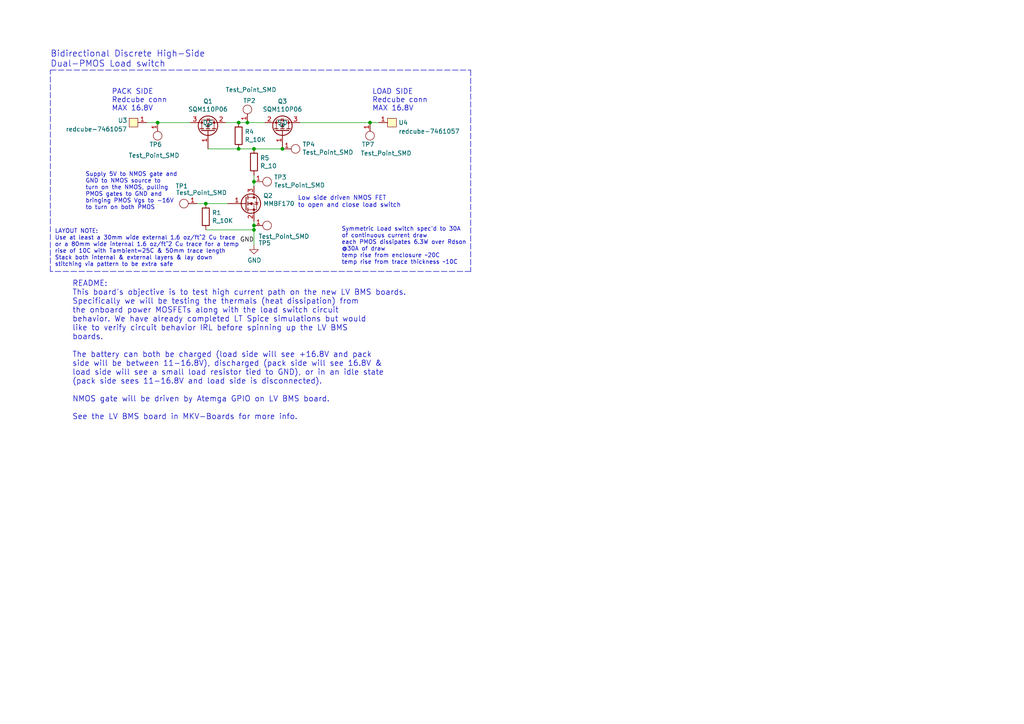
<source format=kicad_sch>
(kicad_sch (version 20211123) (generator eeschema)
  (paper "A4")
  (title_block (title "LV BMS High Current Path Tester Board") (date "2021-09-17") (rev "1") (company "Olin Electric Motorsports") (comment 1 "Adi Ramachandran"))
  (lib_symbols
    (symbol "formula:MMBF170" (pin_names (offset 0) hide)
      (property "Reference" "Q" (at 5.08 1.905 0))
      (property "Value" "MMBF170" (at 5.08 0 0))
      (property "PurchasingLink" "https://www.digikey.com/product-detail/en/on-semiconductor/MMBF170/MMBF170CT-ND/244295" (at 12.7 9.525 0))
      (symbol "MMBF170_0_1"
        (polyline (pts (xy 0.762 -1.778) (xy 2.54 -1.778)))
        (polyline (pts (xy 0.762 -1.27) (xy 0.762 -2.286)) (stroke (width 0.254)))
        (polyline (pts (xy 0.762 0) (xy 2.54 0)))
        (polyline (pts (xy 0.762 0.508) (xy 0.762 -0.508)) (stroke (width 0.254)))
        (polyline (pts (xy 0.762 1.778) (xy 2.54 1.778)))
        (polyline (pts (xy 0.762 2.286) (xy 0.762 1.27)) (stroke (width 0.254)))
        (polyline (pts (xy 2.54 -1.778) (xy 2.54 -2.54)))
        (polyline (pts (xy 2.54 -1.778) (xy 2.54 0)))
        (polyline (pts (xy 2.54 2.54) (xy 2.54 1.778)))
        (polyline (pts (xy 0.254 1.905) (xy 0.254 -1.905) (xy 0.254 -1.905)) (stroke (width 0.254)))
        (polyline (pts (xy 1.016 0) (xy 2.032 0.381) (xy 2.032 -0.381) (xy 1.016 0)) (fill (type outline)))
        (polyline (pts (xy 2.54 -1.778) (xy 3.302 -1.778) (xy 3.302 1.778) (xy 2.54 1.778)))
        (polyline (pts (xy 2.794 0.508) (xy 2.921 0.381) (xy 3.683 0.381) (xy 3.81 0.254)))
        (polyline (pts (xy 3.302 0.381) (xy 2.921 -0.254) (xy 3.683 -0.254) (xy 3.302 0.381)))
        (circle (center 1.651 0) (radius 2.8194) (stroke (width 0.254)))
        (circle (center 2.54 -1.778) (radius 0.2794) (fill (type outline)))
        (circle (center 2.54 1.778) (radius 0.2794) (fill (type outline)))
      )
      (symbol "MMBF170_1_1"
        (pin input line (at -5.08 0 0) (length 5.334) (name "G") (number "1"))
        (pin passive line (at 2.54 -5.08 90) (length 2.54) (name "S") (number "2"))
        (pin passive line (at 2.54 5.08 270) (length 2.54) (name "D") (number "3"))
      )
    )
    (symbol "formula:R_10" (pin_numbers hide) (pin_names (offset 0))
      (property "Reference" "R" (at 2.032 0 90))
      (property "Value" "formula_R_10" (at -2.54 0 90))
      (symbol "R_10_0_1"
        (rectangle (start -1.016 -2.54) (end 1.016 2.54) (stroke (width 0.254)))
      )
      (symbol "R_10_1_1"
        (pin passive line (at 0 3.81 270) (length 1.27) (name "~") (number "1"))
        (pin passive line (at 0 -3.81 90) (length 1.27) (name "~") (number "2"))
      )
    )
    (symbol "formula:R_10K" (pin_numbers hide) (pin_names (offset 0))
      (property "Reference" "R" (at 2.032 0 90))
      (property "Value" "R_10K" (at -2.54 0 90))
      (symbol "R_10K_0_1"
        (rectangle (start -1.016 -2.54) (end 1.016 2.54) (stroke (width 0.254)))
      )
      (symbol "R_10K_1_1"
        (pin passive line (at 0 3.81 270) (length 1.27) (name "~") (number "1"))
        (pin passive line (at 0 -3.81 90) (length 1.27) (name "~") (number "2"))
      )
    )
    (symbol "formula:SQM110P06" (pin_names (offset 1.016))
      (property "Reference" "Q" (at -12.7 6.35 0))
      (property "Value" "formula_SQM110P06" (at -7.62 3.81 0))
      (symbol "SQM110P06_1_1"
        (polyline (pts (xy -1.2192 0) (xy -1.016 0)))
        (polyline (pts (xy -0.508 -1.778) (xy 1.27 -1.778)))
        (polyline (pts (xy -0.508 -1.27) (xy -0.508 -2.286)) (stroke (width 0.254)))
        (polyline (pts (xy -0.508 0) (xy 1.27 0)))
        (polyline (pts (xy -0.508 0.508) (xy -0.508 -0.508)) (stroke (width 0.254)))
        (polyline (pts (xy -0.508 1.778) (xy 1.27 1.778)))
        (polyline (pts (xy -0.508 2.286) (xy -0.508 1.27)) (stroke (width 0.254)))
        (polyline (pts (xy 1.27 -1.778) (xy 1.27 -2.54)))
        (polyline (pts (xy 1.27 -1.778) (xy 1.27 0)))
        (polyline (pts (xy 1.27 2.54) (xy 1.27 1.778)))
        (polyline (pts (xy -1.016 1.905) (xy -1.016 -1.905) (xy -1.016 -1.905)) (stroke (width 0.254)))
        (polyline (pts (xy 1.016 0) (xy 0 -0.381) (xy 0 0.381) (xy 1.016 0)) (fill (type outline)))
        (polyline (pts (xy 1.27 -1.778) (xy 2.032 -1.778) (xy 2.032 1.778) (xy 1.27 1.778)))
        (polyline (pts (xy 1.524 -0.508) (xy 1.651 -0.381) (xy 2.413 -0.381) (xy 2.54 -0.254)))
        (polyline (pts (xy 2.032 -0.381) (xy 1.651 0.254) (xy 2.413 0.254) (xy 2.032 -0.381)))
        (circle (center 0.381 0) (radius 2.8194) (stroke (width 0.254)))
        (circle (center 1.27 -1.778) (radius 0.2794) (fill (type outline)))
        (circle (center 1.27 1.778) (radius 0.2794) (fill (type outline)))
        (pin input line (at -6.35 0 0) (length 5.08) (name "G") (number "1"))
        (pin passive line (at 1.27 -5.08 90) (length 2.54) (name "S") (number "2"))
        (pin passive line (at 1.27 5.08 270) (length 2.54) (name "D") (number "3"))
      )
    )
    (symbol "formula:Test_Point_SMD" (pin_names (offset 1.016))
      (property "Reference" "TP" (at 0 7.62 0))
      (property "Value" "Test_Point_SMD" (at 1.27 5.08 0))
      (symbol "Test_Point_SMD_1_1"
        (circle (center 0 2.54) (radius 1.27))
        (pin input line (at 0 -1.27 90) (length 2.54) (name "~") (number "1"))
      )
    )
    (symbol "formula:redcube-7461057" (pin_names (offset 1.016))
      (property "Reference" "U" (at 0 0 0))
      (property "Value" "formula_redcube-7461057" (at 2.54 -5.08 0))
      (symbol "redcube-7461057_0_1"
        (rectangle (start -1.27 -1.27) (end 1.27 -3.81) (fill (type background)))
      )
      (symbol "redcube-7461057_1_1"
        (pin input line (at -3.81 -2.54 0) (length 2.54) (name "~") (number "1"))
      )
    )
    (symbol "power:GND" (power) (pin_names (offset 0))
      (property "Value" "power_GND" (at 0 -3.81 0))
      (symbol "GND_0_1"
        (polyline (pts (xy 0 0) (xy 0 -1.27) (xy 1.27 -1.27) (xy 0 -2.54) (xy -1.27 -1.27) (xy 0 -1.27)))
      )
      (symbol "GND_1_1"
        (pin power_in line (at 0 0 270) (length 0) hide (name "GND") (number "1"))
      )
    )
  )
  (junction (at 45.72 35.56))
  (junction (at 69.215 43.18))
  (junction (at 69.215 35.56))
  (junction (at 73.66 66.675))
  (junction (at 71.755 35.56))
  (junction (at 81.915 43.18))
  (junction (at 73.66 65.405))
  (junction (at 73.66 43.18))
  (junction (at 73.66 52.705))
  (junction (at 59.69 59.055))
  (junction (at 107.315 35.56))
  (wire (pts (xy 57.15 59.055) (xy 59.69 59.055)))
  (polyline (pts (xy 136.525 20.32) (xy 136.525 78.74)))
  (polyline (pts (xy 14.605 78.74) (xy 14.605 20.32)))
  (wire (pts (xy 86.995 35.56) (xy 107.315 35.56)))
  (wire (pts (xy 65.405 35.56) (xy 69.215 35.56)))
  (wire (pts (xy 73.66 66.675) (xy 73.66 71.12)))
  (wire (pts (xy 59.69 59.055) (xy 66.04 59.055)))
  (wire (pts (xy 42.545 35.56) (xy 45.72 35.56)))
  (wire (pts (xy 73.66 52.705) (xy 73.66 53.975)))
  (polyline (pts (xy 14.605 20.32) (xy 136.525 20.32)))
  (wire (pts (xy 73.66 43.18) (xy 81.915 43.18)))
  (wire (pts (xy 71.755 35.56) (xy 76.835 35.56)))
  (wire (pts (xy 107.315 35.56) (xy 109.855 35.56)))
  (wire (pts (xy 60.325 43.18) (xy 69.215 43.18)))
  (wire (pts (xy 73.66 65.405) (xy 73.66 66.675)))
  (wire (pts (xy 73.66 64.135) (xy 73.66 65.405)))
  (wire (pts (xy 73.66 50.8) (xy 73.66 52.705)))
  (wire (pts (xy 69.215 43.18) (xy 73.66 43.18)))
  (polyline (pts (xy 136.525 78.74) (xy 14.605 78.74)))
  (wire (pts (xy 59.69 66.675) (xy 73.66 66.675)))
  (wire (pts (xy 45.72 35.56) (xy 55.245 35.56)))
  (wire (pts (xy 69.215 35.56) (xy 71.755 35.56)))
  (text "Supply 5V to NMOS gate and \nGND to NMOS source to \nturn on the NMOS, pulling \nPMOS gates to GND and \nbringing PMOS Vgs to -16V\nto turn on both PMOS" (at 24.765 60.96 0) (effects (font (size 1.1938 1.1938)) (justify left bottom)))
  (text "LAYOUT NOTE: \nUse at least a 30mm wide external 1.6 oz/ft^2 Cu trace \nor a 80mm wide internal 1.6 oz/ft^2 Cu trace for a temp\nrise of 10C with Tambient=25C & 50mm trace length\nStack both internal & external layers & lay down\nstitching via pattern to be extra safe" (at 15.875 77.47 0) (effects (font (size 1.1938 1.1938)) (justify left bottom)))
  (text "README: \nThis board's objective is to test high current path on the new LV BMS boards. \nSpecifically we will be testing the thermals (heat dissipation) from\nthe onboard power MOSFETs along with the load switch circuit\nbehavior. We have already completed LT Spice simulations but would\nlike to verify circuit behavior IRL before spinning up the LV BMS\nboards. \n\nThe battery can both be charged (load side will see +16.8V and pack\nside will be between 11-16.8V), discharged (pack side will see 16.8V &\nload side will see a small load resistor tied to GND), or in an idle state\n(pack side sees 11-16.8V and load side is disconnected). \n\nNMOS gate will be driven by Atemga GPIO on LV BMS board. \n\nSee the LV BMS board in MKV-Boards for more info. " (at 20.955 121.92 0) (effects (font (size 1.6002 1.6002)) (justify left bottom)))
  (text "Low side driven NMOS FET \nto open and close load switch" (at 86.36 60.325 0) (effects (font (size 1.27 1.27)) (justify left bottom)))
  (text "LOAD SIDE\nRedcube conn\nMAX 16.8V" (at 107.95 32.385 0) (effects (font (size 1.4986 1.4986)) (justify left bottom)))
  (text "Bidirectional Discrete High-Side\nDual-PMOS Load switch" (at 14.605 19.685 0) (effects (font (size 1.8034 1.8034)) (justify left bottom)))
  (text "PACK SIDE\nRedcube conn\nMAX 16.8V" (at 32.385 32.385 0) (effects (font (size 1.4986 1.4986)) (justify left bottom)))
  (text "Symmetric Load switch spec'd to 30A \nof continuous current draw\neach PMOS dissipates 6.3W over Rdson\n@30A of draw \ntemp rise from enclosure ~20C\ntemp rise from trace thickness ~10C  " (at 99.06 76.835 0) (effects (font (size 1.1938 1.1938)) (justify left bottom)))
  (label "GND" (at 73.66 70.485 180))
  (symbol (lib_id "formula:SQM110P06") (at 60.325 36.83 90) (unit 1)
    (property "Reference" "Q1" (at 60.325 29.3878 90))
    (property "Value" "SQM110P06" (at 60.325 31.6992 90))
    (property "Footprint" "formula:TO-263-3-TabPin2" (effects hide))
    (property "Datasheet" "https://www.vishay.com/docs/62784/sqm110p068m9l.pdf" (effects hide))
    (property "Purchasing Link " "https://www.digikey.com/en/products/detail/vishay-siliconix/SQM110P06-8M9L-GE3/7566798" (effects hide))
    (property "MPN" "SQM110P06-8m9L" (effects hide))
  )
  (symbol (lib_id "formula:SQM110P06") (at 81.915 36.83 270) (mirror x) (unit 1)
    (property "Reference" "Q3" (at 81.915 29.3878 90))
    (property "Value" "SQM110P06" (at 81.915 31.6992 90))
    (property "Footprint" "formula:TO-263-3-TabPin2" (effects hide))
    (property "Datasheet" "https://www.vishay.com/docs/62784/sqm110p068m9l.pdf" (effects hide))
    (property "Purchasing Link " "https://www.digikey.com/en/products/detail/vishay-siliconix/SQM110P06-8M9L-GE3/7566798" (effects hide))
    (property "MPN" "SQM110P06-8m9L" (effects hide))
  )
  (symbol (lib_id "formula:redcube-7461057") (at 38.735 38.1 180) (unit 1)
    (property "Reference" "U3" (at 35.56 34.925 0))
    (property "Value" "redcube-7461057" (at 27.94 37.465 0))
    (property "Footprint" "formula:redcube_pressfit_6pin" (effects hide))
    (property "Datasheet" "https://www.mouser.com/datasheet/2/445/7461057-1723744.pdf" (effects hide))
    (property "MPN" "7461057" (effects hide))
  )
  (symbol (lib_id "formula:redcube-7461057") (at 113.665 33.02 0) (unit 1)
    (property "Reference" "U4" (at 115.57 35.56 0) (effects (justify left)))
    (property "Value" "redcube-7461057" (at 115.57 38.1 0) (effects (justify left)))
    (property "Footprint" "formula:redcube_pressfit_6pin" (effects hide))
    (property "Datasheet" "https://www.mouser.com/datasheet/2/445/7461057-1723744.pdf" (effects hide))
    (property "MPN" "7461057" (effects hide))
  )
  (symbol (lib_id "formula:R_10K") (at 69.215 39.37 0) (unit 1)
    (property "Reference" "R4" (at 70.993 38.2016 0) (effects (justify left)))
    (property "Value" "R_10K" (at 70.993 40.513 0) (effects (justify left)))
    (property "Footprint" "formula:R_0805_OEM" (effects hide))
    (property "Datasheet" "http://www.bourns.com/data/global/pdfs/CRS.pdf" (effects hide))
    (property "MFN" "DK" (effects hide))
    (property "MPN" "CRS0805-FX-1002ELFCT-ND" (effects hide))
    (property "PurchasingLink" "https://www.digikey.com/products/en?keywords=CRS0805-FX-1002ELFCT-ND" (effects hide))
  )
  (symbol (lib_id "formula:R_10") (at 73.66 46.99 0) (unit 1)
    (property "Reference" "R5" (at 75.438 45.8216 0) (effects (justify left)))
    (property "Value" "R_10" (at 75.438 48.133 0) (effects (justify left)))
    (property "Footprint" "formula:R_0805_OEM" (effects hide))
    (property "MFN" "Panasonic Electronic Components" (effects hide))
    (property "MPN" "ERJ-P06F10R0V" (effects hide))
    (property "PurchasingLink" "https://www.digikey.com/en/products/detail/panasonic-electronic-components/ERJ-P06F10R0V/5722444" (effects hide))
  )
  (symbol (lib_id "formula:MMBF170") (at 71.12 59.055 0) (unit 1)
    (property "Reference" "Q2" (at 76.3524 56.7436 0) (effects (justify left)))
    (property "Value" "MMBF170" (at 76.3524 59.055 0) (effects (justify left)))
    (property "Footprint" "formula:SOT-23-3_OEM" (effects hide))
    (property "Datasheet" "https://rocelec.widen.net/view/pdf/bjayhgfvod/ONSM-S-A0003587638-1.pdf?t.download=true&u=5oefqw" (effects hide))
    (property "MFN" "DK" (effects hide))
    (property "MPN" "MMBF170CT-ND" (effects hide))
    (property "PurchasingLink" "https://www.digikey.com/product-detail/en/on-semiconductor/MMBF170/MMBF170CT-ND/244295" (effects hide))
  )
  (symbol (lib_id "formula:Test_Point_SMD") (at 55.88 59.055 90) (unit 1)
    (property "Reference" "TP1" (at 52.705 53.975 90))
    (property "Value" "Test_Point_SMD" (at 58.42 55.88 90))
    (property "Footprint" "TestPoint:TestPoint_Pad_2.0x2.0mm" (effects hide))
  )
  (symbol (lib_id "formula:Test_Point_SMD") (at 83.185 43.18 270) (unit 1)
    (property "Reference" "TP4" (at 87.7062 41.8846 90) (effects (justify left)))
    (property "Value" "Test_Point_SMD" (at 87.7062 44.196 90) (effects (justify left)))
    (property "Footprint" "TestPoint:TestPoint_Pad_D1.5mm" (effects hide))
  )
  (symbol (lib_id "formula:Test_Point_SMD") (at 71.755 34.29 0) (unit 1)
    (property "Reference" "TP2" (at 70.485 29.21 0) (effects (justify left)))
    (property "Value" "Test_Point_SMD" (at 65.405 26.035 0) (effects (justify left)))
    (property "Footprint" "TestPoint:TestPoint_Pad_D1.5mm" (effects hide))
  )
  (symbol (lib_id "formula:Test_Point_SMD") (at 74.93 52.705 270) (unit 1)
    (property "Reference" "TP3" (at 79.4512 51.4096 90) (effects (justify left)))
    (property "Value" "Test_Point_SMD" (at 79.4512 53.721 90) (effects (justify left)))
    (property "Footprint" "TestPoint:TestPoint_Pad_D1.5mm" (effects hide))
  )
  (symbol (lib_id "power:GND") (at 73.66 71.12 0) (unit 1)
    (property "Reference" "#PWR?" (effects hide))
    (property "Value" "GND" (at 73.787 75.5142 0))
  )
  (symbol (lib_id "formula:Test_Point_SMD") (at 74.93 65.405 270) (unit 1)
    (property "Reference" "TP5" (at 74.93 70.485 90) (effects (justify left)))
    (property "Value" "Test_Point_SMD" (at 74.93 68.58 90) (effects (justify left)))
    (property "Footprint" "TestPoint:TestPoint_Pad_2.0x2.0mm" (effects hide))
  )
  (symbol (lib_id "formula:R_10K") (at 59.69 62.865 0) (unit 1)
    (property "Reference" "R1" (at 61.468 61.6966 0) (effects (justify left)))
    (property "Value" "R_10K" (at 61.468 64.008 0) (effects (justify left)))
    (property "Footprint" "formula:R_0805_OEM" (effects hide))
    (property "Datasheet" "http://www.bourns.com/data/global/pdfs/CRS.pdf" (effects hide))
    (property "MFN" "DK" (effects hide))
    (property "MPN" "CRS0805-FX-1002ELFCT-ND" (effects hide))
    (property "PurchasingLink" "https://www.digikey.com/products/en?keywords=CRS0805-FX-1002ELFCT-ND" (effects hide))
  )
  (symbol (lib_id "formula:Test_Point_SMD") (at 45.72 36.83 180) (unit 1)
    (property "Reference" "TP6" (at 46.99 41.91 0) (effects (justify left)))
    (property "Value" "Test_Point_SMD" (at 52.07 45.085 0) (effects (justify left)))
    (property "Footprint" "TestPoint:TestPoint_Pad_D1.5mm" (effects hide))
  )
  (symbol (lib_id "formula:Test_Point_SMD") (at 107.315 36.83 180) (unit 1)
    (property "Reference" "TP7" (at 108.585 41.91 0) (effects (justify left)))
    (property "Value" "Test_Point_SMD" (at 119.38 44.45 0) (effects (justify left)))
    (property "Footprint" "TestPoint:TestPoint_Pad_D1.5mm" (effects hide))
  )
)
</source>
